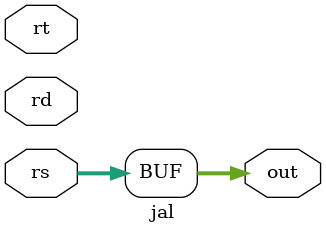
<source format=v>

module branch_top (
    input wire reset,
    input wire [31:0] ir,                    // Instruction Register
    input wire [31:0] instr_ID,              // Decoded instruction ID
    input wire [31:0] rs,rt,rd,              // Input Arguments 1, 2 and 3 got from processor
    output wire [31:0] out                   // Output Argument 4 sent to processor
);
    // Register to update the output of ALU
    reg [31:0] out_reg;
    // Wire mesh to capture outputs from all ALU submodules
    wire [31:0] opt[0:13];
    
    // Calling all subordinate modules
    beq branch0(rs,rt,rd,opt[0]);
    bne branch1(rs,rt,rd,opt[1]);
    bgt branch2(rs,rt,rd,opt[2]);
    bgte branch3(rs,rt,rd,opt[3]);
    ble branch4(rs,rt,rd,opt[4]);
    bleq branch5(rs,rt,rd,opt[5]);
    j branch6(rs,rt,rd,opt[6]);
    jr branch7(rs,rt,rd,opt[7]);
    jal branch8(rs,rt,rd,opt[8]);

    // Combinational Always block to select the correct output from the above outputs. 
    always @(*) begin
        if(reset == 1'b1) begin out_reg <= 1'b0; end
        else if(instr_ID >=15 && instr_ID <= 23) begin                // Presence of any Branch instruction
            out_reg <= opt[instr_ID - 32'd15];
        end
        else begin end                                           // Ignore this if it is not a Branch instruction
    end

    // Assigning output to the communicating output port variable.
    assign out = out_reg;

endmodule

/// CONDITIONAL BRANCH INSTRUCTIONS
// Module for supporting branch if equal operation.
// beq r0, r1, 10
module beq (
    input wire [31:0] rs,rt,rd,
    output wire [31:0] out
);
    assign out = (rs == rt) ? rd : 32'b0;
endmodule

// Module for supporting branch if not equal operation.
// bne r0, r1, 10
module bne (
    input wire [31:0] rs,rt,rd,
    output wire [31:0] out
);
    assign out = (rs != rt) ? rd : 32'b0;
endmodule

// Module for supporting branch if greater than operation.
// bgt r0, r1, 10
module bgt (
    input wire [31:0] rs,rt,rd,
    output wire [31:0] out
);
    assign out = (rs > rt) ? rd : 32'b0;
endmodule

// Module for supporting branch if greater than equal to operation.
// bgte r0, r1, 10
module bgte (
    input wire [31:0] rs,rt,rd,
    output wire [31:0] out
);
    assign out = (rs >= rt) ? rd : 32'b0;
endmodule

// Module for supporting branch if less than operation.
// ble r0, r1, 10
module ble (
    input wire [31:0] rs,rt,rd,
    output wire [31:0] out
);
    assign out = (rs < rt) ? rd : 32'b0;
endmodule

// Module for supporting branch if less than equal to operation.
// bleq r0, r1, 10
module bleq (
    input wire [31:0] rs,rt,rd,
    output wire [31:0] out
);
    assign out = (rs <= rt) ? rd : 32'b0;
endmodule


/// CONDITIONAL BRANCH INSTRUCTIONS
// Module for supporting jump operation.
// j 1000
module j (
    input wire [31:0] rs,rt,rd,
    output wire [31:0] out
);
    assign out = rs;
endmodule

// Module for supporting jump register operation.
// jr 1000
module jr (
    input wire [31:0] rs,rt,rd,
    output wire [31:0] out
);
    assign out = rs;
endmodule

// Module for supporting jump and link operation.
// jal 1000
module jal (
    input wire [31:0] rs,rt,rd,
    output wire [31:0] out
);
    assign out = rs;
endmodule

</source>
